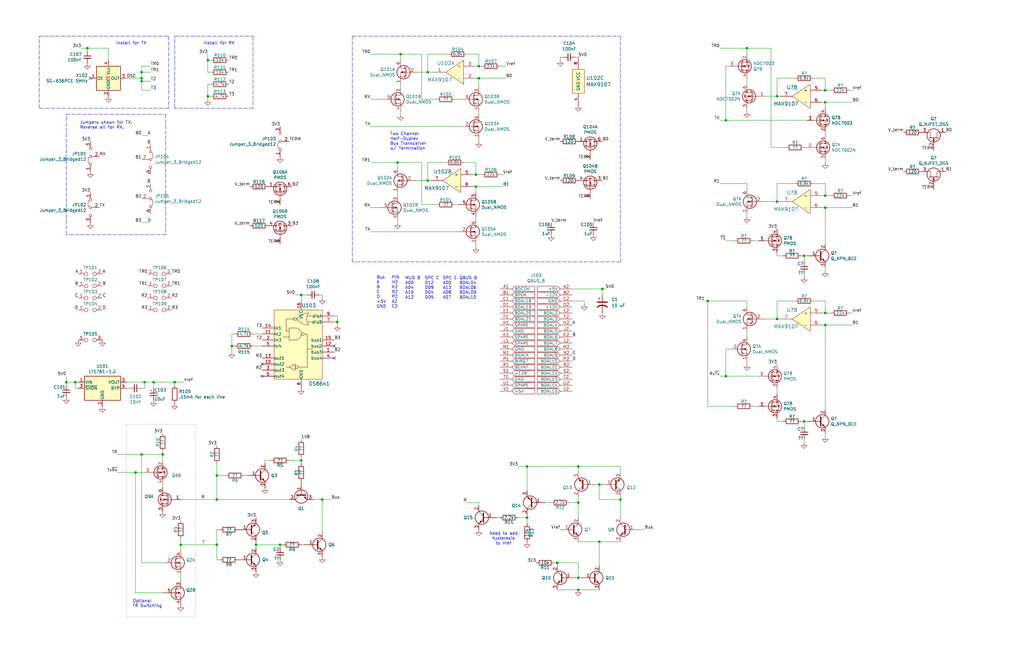
<source format=kicad_sch>
(kicad_sch (version 20250114) (generator "eeschema") (generator_version "9.0")
  (paper "B")
  (title_block (title "DEC Bus Transceiver Test Board") (date "2020-11-19") (rev "0.1"))
  (rectangle (start 53.34 179.07) (end 82.55 260.35) (stroke (width 0) (type dot)))
  (text "PIN\nH2\nK2\nN2\nP2\nA2\nC2" (at 165.1 130.175 0) (effects (font (size 1.27 1.27)) (justify left bottom)))
  (text "Need to add\nhysteresis\nto Vref" (at 212.344 227.33 0) (effects (font (size 1.27 1.27))))
  (text "Install for TX" (at 48.895 19.05 0) (effects (font (size 1.27 1.27)) (justify left bottom)))
  (text "Two Channel\nHalf-Duplex\nBus Transceiver\nw/ Termination" (at 164.465 63.5 0) (effects (font (size 1.27 1.27)) (justify left bottom)))
  (text "Install for RX" (at 85.725 19.05 0) (effects (font (size 1.27 1.27)) (justify left bottom)))
  (text "Jumpers shown for TX.\nReverse all for RX." (at 33.655 54.61 0) (effects (font (size 1.27 1.27)) (justify left bottom)))
  (text "MUD B\nA00\nA04\nA10\nA12" (at 170.815 126.365 0) (effects (font (size 1.27 1.27)) (justify left bottom)))
  (text "SPC C\nD12\nD09\nD04\nD05" (at 179.07 126.365 0) (effects (font (size 1.27 1.27)) (justify left bottom)))
  (text "Bus\nA\nB\nC\nD\n+5V\nGND" (at 158.75 130.175 0) (effects (font (size 1.27 1.27)) (justify left bottom)))
  (text "SPC E\nA00\nA13\nA08\nA07" (at 186.69 126.365 0) (effects (font (size 1.27 1.27)) (justify left bottom)))
  (text "QBUS B\nBDAL04\nBDAL06\nBDAL09\nBDAL10" (at 193.675 126.365 0) (effects (font (size 1.27 1.27)) (justify left bottom)))
  (text "Optional\nTR Switching" (at 55.88 256.54 0) (effects (font (size 1.27 1.27)) (justify left bottom)))
  (junction (at 243.84 212.09))
  (junction (at 27.94 161.29))
  (junction (at 91.44 210.82))
  (junction (at 314.96 20.32))
  (junction (at 298.45 127))
  (junction (at 168.91 22.86))
  (junction (at 306.07 158.75))
  (junction (at 243.84 243.84))
  (junction (at 234.95 237.49))
  (junction (at 200.66 78.74))
  (junction (at 60.96 161.29))
  (junction (at 201.93 33.02))
  (junction (at 118.11 229.87))
  (junction (at 31.75 161.29))
  (junction (at 252.73 228.6))
  (junction (at 142.24 135.89))
  (junction (at 57.15 199.39))
  (junction (at 327.66 85.09))
  (junction (at 107.95 229.87))
  (junction (at 222.25 218.44))
  (junction (at 135.89 210.82))
  (junction (at 201.93 27.94))
  (junction (at 339.09 177.8))
  (junction (at 76.2 229.87))
  (junction (at 68.58 191.77))
  (junction (at 59.69 33.02))
  (junction (at 252.73 204.47))
  (junction (at 59.69 30.48))
  (junction (at 127 124.46))
  (junction (at 97.79 146.05))
  (junction (at 347.98 87.63))
  (junction (at 347.98 38.1))
  (junction (at 180.34 30.48))
  (junction (at 243.84 196.85))
  (junction (at 222.25 196.85))
  (junction (at 200.66 73.66))
  (junction (at 180.34 76.2))
  (junction (at 347.98 82.55))
  (junction (at 59.69 34.29))
  (junction (at 87.63 25.4))
  (junction (at 87.63 40.64))
  (junction (at 261.62 210.82))
  (junction (at 127 194.31))
  (junction (at 347.98 43.18))
  (junction (at 327.66 40.64))
  (junction (at 64.77 161.29))
  (junction (at 327.66 134.62))
  (junction (at 91.44 200.66))
  (junction (at 347.98 137.16))
  (junction (at 347.98 132.08))
  (junction (at 167.64 68.58))
  (junction (at 36.83 20.32))
  (junction (at 73.66 161.29))
  (junction (at 339.09 107.95))
  (junction (at 254 121.92))
  (junction (at 59.69 191.77))
  (junction (at 91.44 229.87))
  (junction (at 306.07 50.8))
  (junction (at 243.84 248.92))
  (no_connect (at 140.97 151.13))
  (no_connect (at 38.1 33.02))
  (no_connect (at 110.49 153.67))
  (no_connect (at 110.49 158.75))
  (no_connect (at 140.97 146.05))
  (polyline (pts (xy 16.51 45.72) (xy 16.51 15.24)) (stroke (width 0) (type dash)))
  (wire (pts (xy 118.11 229.87) (xy 107.95 229.87)))
  (wire (pts (xy 53.34 33.02) (xy 59.69 33.02)))
  (wire (pts (xy 132.08 210.82) (xy 135.89 210.82)))
  (wire (pts (xy 240.03 212.09) (xy 243.84 212.09)))
  (wire (pts (xy 64.77 163.83) (xy 64.77 161.29)))
  (wire (pts (xy 76.2 227.33) (xy 76.2 229.87)))
  (wire (pts (xy 347.98 68.58) (xy 347.98 67.31)))
  (wire (pts (xy 347.98 82.55) (xy 346.71 82.55)))
  (wire (pts (xy 177.8 68.58) (xy 177.8 86.36)))
  (wire (pts (xy 314.96 129.54) (xy 314.96 127)))
  (wire (pts (xy 347.98 102.87) (xy 347.98 87.63)))
  (wire (pts (xy 182.88 30.48) (xy 180.34 30.48)))
  (wire (pts (xy 339.09 116.84) (xy 339.09 115.57)))
  (wire (pts (xy 118.11 229.87) (xy 119.38 229.87)))
  (polyline (pts (xy 106.68 15.24) (xy 106.68 45.72)) (stroke (width 0) (type dash)))
  (wire (pts (xy 87.63 41.91) (xy 87.63 40.64)))
  (wire (pts (xy 177.8 41.91) (xy 177.8 22.86)))
  (wire (pts (xy 167.64 93.98) (xy 167.64 92.71)))
  (wire (pts (xy 68.58 190.5) (xy 68.58 191.77)))
  (wire (pts (xy 45.72 20.32) (xy 45.72 25.4)))
  (wire (pts (xy 350.52 132.08) (xy 347.98 132.08)))
  (wire (pts (xy 255.27 121.92) (xy 254 121.92)))
  (wire (pts (xy 314.96 33.02) (xy 314.96 35.56)))
  (wire (pts (xy 73.66 161.29) (xy 73.66 162.56)))
  (wire (pts (xy 314.96 90.17) (xy 314.96 91.44)))
  (wire (pts (xy 342.9 33.02) (xy 347.98 33.02)))
  (wire (pts (xy 180.34 30.48) (xy 176.53 30.48)))
  (wire (pts (xy 184.15 41.91) (xy 177.8 41.91)))
  (polyline (pts (xy 27.94 99.06) (xy 27.94 48.26)) (stroke (width 0) (type dash)))
  (wire (pts (xy 87.63 30.48) (xy 87.63 25.4)))
  (wire (pts (xy 327.66 176.53) (xy 327.66 177.8)))
  (wire (pts (xy 307.34 27.94) (xy 306.07 27.94)))
  (polyline (pts (xy 261.62 110.49) (xy 148.59 110.49)) (stroke (width 0) (type dash)))
  (wire (pts (xy 317.5 171.45) (xy 320.04 171.45)))
  (wire (pts (xy 180.34 76.2) (xy 175.26 76.2)))
  (wire (pts (xy 327.66 163.83) (xy 327.66 166.37)))
  (wire (pts (xy 59.69 34.29) (xy 63.5 34.29)))
  (wire (pts (xy 59.69 30.48) (xy 59.69 27.94)))
  (wire (pts (xy 88.9 30.48) (xy 87.63 30.48)))
  (polyline (pts (xy 27.94 48.26) (xy 69.85 48.26)) (stroke (width 0) (type dash)))
  (wire (pts (xy 180.34 30.48) (xy 180.34 22.86)))
  (wire (pts (xy 252.73 204.47) (xy 252.73 210.82)))
  (wire (pts (xy 254 121.92) (xy 254 124.46)))
  (wire (pts (xy 97.79 148.59) (xy 97.79 146.05)))
  (polyline (pts (xy 148.59 15.24) (xy 261.62 15.24)) (stroke (width 0) (type dash)))
  (wire (pts (xy 306.07 27.94) (xy 306.07 50.8)))
  (wire (pts (xy 95.25 200.66) (xy 91.44 200.66)))
  (wire (pts (xy 261.62 210.82) (xy 261.62 218.44)))
  (wire (pts (xy 91.44 229.87) (xy 91.44 223.52)))
  (wire (pts (xy 91.44 195.58) (xy 91.44 200.66)))
  (wire (pts (xy 87.63 40.64) (xy 87.63 35.56)))
  (wire (pts (xy 59.69 93.98) (xy 62.23 93.98)))
  (wire (pts (xy 87.63 25.4) (xy 87.63 22.86)))
  (wire (pts (xy 201.93 213.36) (xy 201.93 212.09)))
  (wire (pts (xy 106.68 146.05) (xy 110.49 146.05)))
  (wire (pts (xy 234.95 248.92) (xy 243.84 248.92)))
  (wire (pts (xy 327.66 106.68) (xy 327.66 107.95)))
  (wire (pts (xy 107.95 229.87) (xy 107.95 231.14)))
  (polyline (pts (xy 106.68 45.72) (xy 73.66 45.72)) (stroke (width 0) (type dash)))
  (wire (pts (xy 347.98 33.02) (xy 347.98 38.1)))
  (wire (pts (xy 346.71 137.16) (xy 347.98 137.16)))
  (wire (pts (xy 314.96 142.24) (xy 314.96 139.7)))
  (wire (pts (xy 328.93 134.62) (xy 327.66 134.62)))
  (wire (pts (xy 303.53 50.8) (xy 306.07 50.8)))
  (wire (pts (xy 27.94 161.29) (xy 27.94 162.56)))
  (wire (pts (xy 347.98 43.18) (xy 359.41 43.18)))
  (wire (pts (xy 140.97 135.89) (xy 142.24 135.89)))
  (wire (pts (xy 31.75 161.29) (xy 31.75 163.83)))
  (wire (pts (xy 350.52 82.55) (xy 347.98 82.55)))
  (wire (pts (xy 201.93 27.94) (xy 200.66 27.94)))
  (wire (pts (xy 339.09 186.69) (xy 339.09 185.42)))
  (wire (pts (xy 297.18 127) (xy 298.45 127)))
  (wire (pts (xy 234.95 237.49) (xy 243.84 237.49)))
  (wire (pts (xy 168.91 46.99) (xy 168.91 48.26)))
  (wire (pts (xy 59.69 27.94) (xy 63.5 27.94)))
  (wire (pts (xy 193.04 97.79) (xy 156.21 97.79)))
  (wire (pts (xy 168.91 36.83) (xy 168.91 35.56)))
  (wire (pts (xy 347.98 127) (xy 347.98 132.08)))
  (wire (pts (xy 303.53 158.75) (xy 306.07 158.75)))
  (wire (pts (xy 180.34 22.86) (xy 189.23 22.86)))
  (wire (pts (xy 199.39 78.74) (xy 200.66 78.74)))
  (wire (pts (xy 34.29 20.32) (xy 36.83 20.32)))
  (wire (pts (xy 142.24 133.35) (xy 140.97 133.35)))
  (wire (pts (xy 314.96 80.01) (xy 314.96 77.47)))
  (wire (pts (xy 68.58 194.31) (xy 68.58 191.77)))
  (wire (pts (xy 213.36 27.94) (xy 210.82 27.94)))
  (wire (pts (xy 243.84 237.49) (xy 243.84 243.84)))
  (wire (pts (xy 156.21 87.63) (xy 160.02 87.63)))
  (wire (pts (xy 87.63 35.56) (xy 88.9 35.56)))
  (wire (pts (xy 64.77 161.29) (xy 73.66 161.29)))
  (polyline (pts (xy 261.62 15.24) (xy 261.62 110.49)) (stroke (width 0) (type dash)))
  (wire (pts (xy 91.44 236.22) (xy 91.44 229.87)))
  (wire (pts (xy 135.89 210.82) (xy 135.89 224.79)))
  (wire (pts (xy 201.93 59.69) (xy 201.93 58.42)))
  (wire (pts (xy 142.24 135.89) (xy 142.24 133.35)))
  (wire (pts (xy 306.07 158.75) (xy 320.04 158.75)))
  (wire (pts (xy 201.93 36.83) (xy 201.93 33.02)))
  (wire (pts (xy 60.96 161.29) (xy 60.96 163.83)))
  (wire (pts (xy 127 193.04) (xy 127 194.31)))
  (wire (pts (xy 222.25 217.17) (xy 222.25 218.44)))
  (wire (pts (xy 342.9 77.47) (xy 347.98 77.47)))
  (wire (pts (xy 347.98 57.15) (xy 347.98 55.88)))
  (wire (pts (xy 196.85 22.86) (xy 201.93 22.86)))
  (wire (pts (xy 243.84 212.09) (xy 243.84 218.44)))
  (wire (pts (xy 209.55 218.44) (xy 210.82 218.44)))
  (wire (pts (xy 303.53 77.47) (xy 314.96 77.47)))
  (wire (pts (xy 59.69 163.83) (xy 60.96 163.83)))
  (wire (pts (xy 242.57 243.84) (xy 243.84 243.84)))
  (wire (pts (xy 200.66 92.71) (xy 200.66 91.44)))
  (wire (pts (xy 167.64 71.12) (xy 167.64 68.58)))
  (wire (pts (xy 59.69 33.02) (xy 59.69 34.29)))
  (wire (pts (xy 91.44 223.52) (xy 92.71 223.52)))
  (wire (pts (xy 194.31 53.34) (xy 156.21 53.34)))
  (wire (pts (xy 76.2 210.82) (xy 91.44 210.82)))
  (wire (pts (xy 57.15 199.39) (xy 60.96 199.39)))
  (wire (pts (xy 252.73 228.6) (xy 252.73 238.76)))
  (wire (pts (xy 306.07 50.8) (xy 340.36 50.8)))
  (wire (pts (xy 243.84 243.84) (xy 245.11 243.84)))
  (wire (pts (xy 27.94 158.75) (xy 27.94 161.29)))
  (wire (pts (xy 340.36 62.23) (xy 339.09 62.23)))
  (wire (pts (xy 193.04 86.36) (xy 191.77 86.36)))
  (wire (pts (xy 327.66 40.64) (xy 327.66 33.02)))
  (wire (pts (xy 254 121.92) (xy 241.3 121.92)))
  (wire (pts (xy 68.58 250.19) (xy 57.15 250.19)))
  (wire (pts (xy 347.98 38.1) (xy 346.71 38.1)))
  (wire (pts (xy 59.69 33.02) (xy 59.69 30.48)))
  (polyline (pts (xy 69.85 48.26) (xy 69.85 99.06)) (stroke (width 0) (type dash)))
  (wire (pts (xy 306.07 147.32) (xy 306.07 158.75)))
  (wire (pts (xy 68.58 204.47) (xy 68.58 205.74)))
  (wire (pts (xy 200.66 73.66) (xy 199.39 73.66)))
  (wire (pts (xy 167.64 81.28) (xy 167.64 82.55)))
  (wire (pts (xy 339.09 107.95) (xy 337.82 107.95)))
  (wire (pts (xy 36.83 20.32) (xy 45.72 20.32)))
  (wire (pts (xy 200.66 104.14) (xy 200.66 102.87)))
  (wire (pts (xy 327.66 177.8) (xy 330.2 177.8)))
  (wire (pts (xy 339.09 110.49) (xy 339.09 107.95)))
  (wire (pts (xy 97.79 140.97) (xy 99.06 140.97)))
  (polyline (pts (xy 73.66 45.72) (xy 73.66 15.24)) (stroke (width 0) (type dash)))
  (wire (pts (xy 261.62 199.39) (xy 261.62 196.85)))
  (wire (pts (xy 59.69 191.77) (xy 59.69 237.49)))
  (wire (pts (xy 325.12 62.23) (xy 331.47 62.23)))
  (wire (pts (xy 168.91 25.4) (xy 168.91 22.86)))
  (wire (pts (xy 135.89 210.82) (xy 139.7 210.82)))
  (polyline (pts (xy 73.66 15.24) (xy 106.68 15.24)) (stroke (width 0) (type dash)))
  (wire (pts (xy 106.68 140.97) (xy 110.49 140.97)))
  (polyline (pts (xy 71.12 15.24) (xy 71.12 45.72)) (stroke (width 0) (type dash)))
  (wire (pts (xy 252.73 210.82) (xy 261.62 210.82)))
  (wire (pts (xy 180.34 76.2) (xy 180.34 68.58)))
  (wire (pts (xy 342.9 127) (xy 347.98 127)))
  (wire (pts (xy 347.98 137.16) (xy 359.41 137.16)))
  (wire (pts (xy 327.66 40.64) (xy 322.58 40.64)))
  (wire (pts (xy 314.96 20.32) (xy 325.12 20.32)))
  (wire (pts (xy 127 124.46) (xy 129.54 124.46)))
  (wire (pts (xy 251.46 204.47) (xy 252.73 204.47)))
  (wire (pts (xy 124.46 124.46) (xy 127 124.46)))
  (wire (pts (xy 87.63 25.4) (xy 88.9 25.4)))
  (wire (pts (xy 49.53 191.77) (xy 59.69 191.77)))
  (wire (pts (xy 347.98 132.08) (xy 346.71 132.08)))
  (wire (pts (xy 243.84 248.92) (xy 252.73 248.92)))
  (wire (pts (xy 121.92 194.31) (xy 127 194.31)))
  (wire (pts (xy 201.93 22.86) (xy 201.93 27.94)))
  (wire (pts (xy 201.93 48.26) (xy 201.93 46.99)))
  (wire (pts (xy 314.96 22.86) (xy 314.96 20.32)))
  (wire (pts (xy 59.69 237.49) (xy 68.58 237.49)))
  (wire (pts (xy 31.75 161.29) (xy 33.02 161.29)))
  (wire (pts (xy 195.58 68.58) (xy 200.66 68.58)))
  (wire (pts (xy 212.09 73.66) (xy 210.82 73.66)))
  (wire (pts (xy 307.34 147.32) (xy 306.07 147.32)))
  (wire (pts (xy 298.45 171.45) (xy 309.88 171.45)))
  (wire (pts (xy 327.66 85.09) (xy 322.58 85.09)))
  (wire (pts (xy 346.71 43.18) (xy 347.98 43.18)))
  (wire (pts (xy 236.22 24.13) (xy 237.49 24.13)))
  (wire (pts (xy 194.31 41.91) (xy 191.77 41.91)))
  (polyline (pts (xy 69.85 99.06) (xy 27.94 99.06)) (stroke (width 0) (type dash)))
  (wire (pts (xy 234.95 238.76) (xy 234.95 237.49)))
  (wire (pts (xy 31.75 163.83) (xy 33.02 163.83)))
  (wire (pts (xy 57.15 199.39) (xy 57.15 250.19)))
  (wire (pts (xy 233.68 237.49) (xy 234.95 237.49)))
  (wire (pts (xy 76.2 232.41) (xy 76.2 229.87)))
  (wire (pts (xy 203.2 27.94) (xy 201.93 27.94)))
  (wire (pts (xy 200.66 81.28) (xy 200.66 78.74)))
  (wire (pts (xy 314.96 152.4) (xy 314.96 153.67)))
  (wire (pts (xy 340.36 177.8) (xy 339.09 177.8)))
  (wire (pts (xy 59.69 191.77) (xy 68.58 191.77)))
  (wire (pts (xy 347.98 77.47) (xy 347.98 82.55)))
  (wire (pts (xy 347.98 172.72) (xy 347.98 137.16)))
  (polyline (pts (xy 71.12 45.72) (xy 16.51 45.72)) (stroke (width 0) (type dash)))
  (wire (pts (xy 27.94 161.29) (xy 31.75 161.29)))
  (wire (pts (xy 118.11 231.14) (xy 118.11 229.87)))
  (wire (pts (xy 327.66 107.95) (xy 330.2 107.95)))
  (wire (pts (xy 298.45 127) (xy 298.45 171.45)))
  (wire (pts (xy 359.41 38.1) (xy 358.14 38.1)))
  (wire (pts (xy 60.96 161.29) (xy 64.77 161.29)))
  (wire (pts (xy 252.73 228.6) (xy 261.62 228.6)))
  (wire (pts (xy 242.57 24.13) (xy 243.84 24.13)))
  (polyline (pts (xy 16.51 15.24) (xy 71.12 15.24)) (stroke (width 0) (type dash)))
  (wire (pts (xy 135.89 124.46) (xy 134.62 124.46)))
  (wire (pts (xy 76.2 229.87) (xy 91.44 229.87)))
  (wire (pts (xy 269.24 223.52) (xy 271.78 223.52)))
  (wire (pts (xy 88.9 40.64) (xy 87.63 40.64)))
  (wire (pts (xy 298.45 127) (xy 314.96 127)))
  (wire (pts (xy 203.2 73.66) (xy 200.66 73.66)))
  (wire (pts (xy 229.87 212.09) (xy 232.41 212.09)))
  (wire (pts (xy 111.76 194.31) (xy 111.76 195.58)))
  (wire (pts (xy 327.66 85.09) (xy 327.66 77.47)))
  (wire (pts (xy 200.66 33.02) (xy 201.93 33.02)))
  (wire (pts (xy 218.44 196.85) (xy 222.25 196.85)))
  (wire (pts (xy 222.25 196.85) (xy 243.84 196.85)))
  (wire (pts (xy 127 194.31) (xy 127 195.58)))
  (wire (pts (xy 97.79 146.05) (xy 97.79 140.97)))
  (wire (pts (xy 201.93 33.02) (xy 213.36 33.02)))
  (wire (pts (xy 347.98 87.63) (xy 359.41 87.63)))
  (wire (pts (xy 246.38 127) (xy 246.38 128.27)))
  (wire (pts (xy 177.8 22.86) (xy 168.91 22.86)))
  (wire (pts (xy 327.66 134.62) (xy 327.66 127)))
  (wire (pts (xy 327.66 77.47) (xy 335.28 77.47)))
  (wire (pts (xy 317.5 101.6) (xy 320.04 101.6)))
  (wire (pts (xy 243.84 209.55) (xy 243.84 212.09)))
  (wire (pts (xy 92.71 236.22) (xy 91.44 236.22)))
  (wire (pts (xy 339.09 177.8) (xy 337.82 177.8)))
  (wire (pts (xy 181.61 76.2) (xy 180.34 76.2)))
  (wire (pts (xy 107.95 228.6) (xy 107.95 229.87)))
  (wire (pts (xy 167.64 68.58) (xy 177.8 68.58)))
  (wire (pts (xy 59.69 57.15) (xy 62.23 57.15)))
  (wire (pts (xy 127 229.87) (xy 128.27 229.87)))
  (wire (pts (xy 261.62 196.85) (xy 243.84 196.85)))
  (wire (pts (xy 111.76 194.31) (xy 114.3 194.31)))
  (wire (pts (xy 53.34 163.83) (xy 54.61 163.83)))
  (wire (pts (xy 59.69 38.1) (xy 63.5 38.1)))
  (wire (pts (xy 306.07 101.6) (xy 309.88 101.6)))
  (wire (pts (xy 180.34 68.58) (xy 187.96 68.58)))
  (wire (pts (xy 328.93 40.64) (xy 327.66 40.64)))
  (wire (pts (xy 359.41 82.55) (xy 358.14 82.55)))
  (wire (pts (xy 135.89 125.73) (xy 135.89 124.46)))
  (wire (pts (xy 252.73 204.47) (xy 254 204.47)))
  (wire (pts (xy 167.64 68.58) (xy 156.21 68.58)))
  (wire (pts (xy 243.84 228.6) (xy 252.73 228.6)))
  (wire (pts (xy 49.53 199.39) (xy 57.15 199.39)))
  (wire (pts (xy 222.25 218.44) (xy 222.25 220.98)))
  (wire (pts (xy 104.14 200.66) (xy 102.87 200.66)))
  (wire (pts (xy 142.24 137.16) (xy 142.24 135.89)))
  (polyline (pts (xy 148.59 110.49) (xy 148.59 15.24)) (stroke (width 0) (type dash)))
  (wire (pts (xy 59.69 34.29) (xy 59.69 38.1)))
  (wire (pts (xy 73.66 161.29) (xy 77.47 161.29)))
  (wire (pts (xy 347.98 114.3) (xy 347.98 113.03)))
  (wire (pts (xy 327.66 134.62) (xy 322.58 134.62)))
  (wire (pts (xy 346.71 87.63) (xy 347.98 87.63)))
  (wire (pts (xy 127 124.46) (xy 127 127)))
  (wire (pts (xy 177.8 86.36) (xy 184.15 86.36)))
  (wire (pts (xy 327.66 127) (xy 335.28 127)))
  (wire (pts (xy 168.91 22.86) (xy 156.21 22.86)))
  (wire (pts (xy 340.36 107.95) (xy 339.09 107.95)))
  (wire (pts (xy 76.2 242.57) (xy 76.2 245.11)))
  (wire (pts (xy 91.44 210.82) (xy 121.92 210.82)))
  (wire (pts (xy 359.41 132.08) (xy 358.14 132.08)))
  (wire (pts (xy 325.12 20.32) (xy 325.12 62.23)))
  (wire (pts (xy 241.3 127) (xy 246.38 127)))
  (wire (pts (xy 350.52 38.1) (xy 347.98 38.1)))
  (wire (pts (xy 218.44 218.44) (xy 222.25 218.44)))
  (wire (pts (xy 347.98 45.72) (xy 347.98 43.18)))
  (wire (pts (xy 59.69 30.48) (xy 63.5 30.48)))
  (wire (pts (xy 303.53 20.32) (xy 314.96 20.32)))
  (wire (pts (xy 201.93 212.09) (xy 196.85 212.09)))
  (wire (pts (xy 200.66 78.74) (xy 212.09 78.74)))
  (wire (pts (xy 53.34 161.29) (xy 60.96 161.29)))
  (wire (pts (xy 314.96 45.72) (xy 314.96 46.99)))
  (wire (pts (xy 327.66 33.02) (xy 335.28 33.02)))
  (wire (pts (xy 243.84 196.85) (xy 243.84 199.39)))
  (wire (pts (xy 222.25 196.85) (xy 222.25 207.01)))
  (wire (pts (xy 200.66 68.58) (xy 200.66 73.66)))
  (wire (pts (xy 347.98 184.15) (xy 347.98 182.88)))
  (wire (pts (xy 99.06 146.05) (xy 97.79 146.05)))
  (wire (pts (xy 261.62 209.55) (xy 261.62 210.82)))
  (wire (pts (xy 161.29 41.91) (xy 156.21 41.91)))
  (wire (pts (xy 36.83 21.59) (xy 36.83 20.32)))
  (wire (pts (xy 236.22 25.4) (xy 236.22 24.13)))
  (wire (pts (xy 91.44 200.66) (xy 91.44 210.82)))
  (wire (pts (xy 339.09 180.34) (xy 339.09 177.8)))
  (wire (pts (xy 328.93 85.09) (xy 327.66 85.09)))
  (label "TERM" (at 121.92 59.69 0))
  (label "TR0" (at 303.53 20.32 180))
  (label "Tx~{Rx}" (at 49.53 199.39 180))
  (label "Bus" (at 271.78 223.52 0))
  (label "TR" (at 49.53 191.77 180))
  (label "V_term" (at 236.22 76.2 180))
  (label "TR1" (at 63.5 30.48 0))
  (label "TX" (at 303.53 50.8 180))
  (label "B1" (at 59.69 67.31 180))
  (label "3V3" (at 38.1 59.69 180))
  (label "B2" (at 140.97 148.59 0))
  (label "TERM" (at 248.92 83.82 180))
  (label "TERM" (at 118.11 102.87 180))
  (label "R" (at 196.85 212.09 180))
  (label "Vref" (at 359.41 82.55 0))
  (label "TR0" (at 72.39 115.57 0))
  (label "TX" (at 41.91 87.63 0))
  (label "B" (at 63.5 77.47 180))
  (label "B1" (at 212.09 78.74 0))
  (label "A" (at 241.3 137.16 0))
  (label "B" (at 241.3 142.24 0))
  (label "1V8" (at 127 185.42 0))
  (label "Vref" (at 236.22 223.52 180))
  (label "TR1" (at 156.21 68.58 180))
  (label "TR0" (at 63.5 27.94 0))
  (label "TR0" (at 62.23 115.57 180))
  (label "5V0" (at 255.27 121.92 0))
  (label "V_term" (at 381 55.88 180))
  (label "Bus" (at 139.7 210.82 0))
  (label "R1" (at 303.53 77.47 180))
  (label "3V3" (at 68.58 182.88 180))
  (label "B1" (at 254 76.2 0))
  (label "B0" (at 213.36 33.02 0))
  (label "B2" (at 59.69 83.82 180))
  (label "TERM" (at 118.11 86.36 180))
  (label "5V0" (at 124.46 124.46 180))
  (label "TX" (at 156.21 97.79 180))
  (label "TERM" (at 393.7 63.5 180))
  (label "TR1" (at 96.52 30.48 0))
  (label "T2" (at 63.5 34.29 0))
  (label "A" (at 33.02 115.57 180))
  (label "B0" (at 359.41 43.18 0))
  (label "5V0" (at 27.94 158.75 180))
  (label "D" (at 241.3 152.4 0))
  (label "V_term" (at 236.22 59.69 180))
  (label "B1" (at 359.41 87.63 0))
  (label "TR1" (at 62.23 120.65 180))
  (label "V_term" (at 232.41 93.98 0))
  (label "3V3" (at 76.2 219.71 180))
  (label "RX" (at 156.21 41.91 180))
  (label "3V3" (at 327.66 96.52 180))
  (label "R2" (at 72.39 125.73 0))
  (label "R3" (at 72.39 130.81 0))
  (label "3V3" (at 118.11 53.34 180))
  (label "B1" (at 359.41 137.16 0))
  (label "Vref" (at 359.41 38.1 0))
  (label "C" (at 63.5 73.66 180))
  (label "T2" (at 96.52 35.56 0))
  (label "OSC" (at 53.34 33.02 0))
  (label "B" (at 43.18 120.65 0))
  (label "C" (at 241.3 149.86 0))
  (label "B3" (at 140.97 143.51 0))
  (label "Vref" (at 359.41 132.08 0))
  (label "3V3" (at 226.06 237.49 180))
  (label "3V3" (at 34.29 20.32 180))
  (label "B0" (at 398.78 55.88 0))
  (label "TR1" (at 297.18 127 180))
  (label "TERM" (at 393.7 80.01 180))
  (label "V_term" (at 105.41 95.25 180))
  (label "B3" (at 59.69 93.98 180))
  (label "TR0" (at 156.21 22.86 180))
  (label "R2" (at 62.23 125.73 180))
  (label "B2" (at 123.19 78.74 0))
  (label "3V3" (at 38.1 81.28 180))
  (label "V_term" (at 381 72.39 180))
  (label "R3" (at 62.23 130.81 180))
  (label "C" (at 63.5 90.17 180))
  (label "D" (at 43.18 130.81 0))
  (label "3V3" (at 91.44 187.96 180))
  (label "~{T1}" (at 306.07 101.6 180))
  (label "T3" (at 110.49 138.43 180))
  (label "3V3" (at 107.95 218.44 180))
  (label "A" (at 62.23 57.15 0))
  (label "B0" (at 59.69 57.15 180))
  (label "Vref" (at 250.19 93.98 0))
  (label "V_term" (at 105.41 78.74 180))
  (label "B0" (at 254 59.69 0))
  (label "B3" (at 123.19 95.25 0))
  (label "RX" (at 156.21 87.63 180))
  (label "Vref" (at 212.09 73.66 0))
  (label "B" (at 63.5 60.96 180))
  (label "B1" (at 398.78 72.39 0))
  (label "R" (at 86.36 210.82 180))
  (label "C" (at 33.02 125.73 180))
  (label "TR0" (at 96.52 25.4 0))
  (label "RX" (at 41.91 66.04 0))
  (label "A" (at 43.18 115.57 0))
  (label "R2" (at 110.49 156.21 180))
  (label "D" (at 62.23 93.98 0))
  (label "TX" (at 156.21 53.34 180))
  (label "R3" (at 110.49 151.13 180))
  (label "D" (at 33.02 130.81 180))
  (label "TERM" (at 248.92 67.31 180))
  (label "B" (at 33.02 120.65 180))
  (label "T2" (at 110.49 143.51 180))
  (label "3V3" (at 327.66 153.67 180))
  (label "5V0" (at 243.84 24.13 0))
  (label "T3" (at 63.5 38.1 0))
  (label "C" (at 43.18 125.73 0))
  (label "T" (at 86.36 229.87 180))
  (label "Vref" (at 77.47 161.29 0))
  (label "Vref" (at 213.36 27.94 0))
  (label "Rx~{Tx}" (at 303.53 158.75 180))
  (label "3V3" (at 218.44 196.85 180))
  (label "TR1" (at 72.39 120.65 0))
  (label "T3" (at 96.52 40.64 0))
  (label "3V3" (at 87.63 22.86 180))
  (symbol (lib_id "xcvr-rescue:C_Small-xcvr-rescue-xcvr-rescue") (at 27.94 165.1 0) (mirror y) (unit 1)
    (property "Reference" "C101" (at 27.686 163.322 0) (effects (justify left)))
    (property "Value" "1uF" (at 27.686 167.132 0) (effects (justify left)))
    (property "Footprint" "Capacitor_SMD:C_0603_1608Metric" (effects (hide yes)))
  )
  (symbol (lib_id "xcvr-rescue:C_Small-xcvr-rescue-xcvr-rescue") (at 57.15 163.83 270) (unit 1)
    (property "Reference" "C102" (at 57.15 167.3098 90))
    (property "Value" "10nF" (at 57.15 169.6212 90))
    (property "Footprint" "Capacitor_SMD:C_0603_1608Metric" (effects (hide yes)))
  )
  (symbol (lib_id "power:GND") (at 43.18 171.45 0) (unit 1)
    (property "Reference" "#PWR0105" (effects (hide yes)))
    (property "Value" "GND" (effects (hide yes)))
  )
  (symbol (lib_id "power:GND") (at 27.94 167.64 0) (unit 1)
    (property "Reference" "#PWR0102" (effects (hide yes)))
    (property "Value" "GND" (effects (hide yes)))
  )
  (symbol (lib_id "xcvr-rescue:R-xcvr-rescue-xcvr-rescue") (at 73.66 166.37 0) (mirror y) (unit 1)
    (property "Reference" "R105" (at 75.438 165.2016 0) (effects (justify right)))
    (property "Value" ".15mA for each line" (at 75.438 167.513 0) (effects (justify right)))
    (property "Footprint" "Resistor_SMD:R_0603_1608Metric" (effects (hide yes)))
  )
  (symbol (lib_id "power:GND") (at 73.66 170.18 0) (unit 1)
    (property "Reference" "#PWR0107" (effects (hide yes)))
    (property "Value" "GND" (effects (hide yes)))
  )
  (symbol (lib_id "xcvr-rescue:CP1_Small-xcvr-rescue-xcvr-rescue") (at 64.77 166.37 0) (unit 1)
    (property "Reference" "C103" (at 65.024 164.592 0) (effects (justify left)))
    (property "Value" "10uF" (at 65.024 168.402 0) (effects (justify left)))
    (property "Footprint" "Capacitor_SMD:C_0603_1608Metric" (effects (hide yes)))
  )
  (symbol (lib_id "power:GND") (at 64.77 168.91 0) (unit 1)
    (property "Reference" "#PWR0106" (effects (hide yes)))
    (property "Value" "GND" (effects (hide yes)))
  )
  (symbol (lib_id "myLib:MAX9107") (at 243.84 34.29 0) (unit 3)
    (property "Reference" "U102" (at 247.0912 32.9438 0) (effects (font (size 1.524 1.524)) (justify left)))
    (property "Value" "MAX9107" (at 247.0912 35.6362 0) (effects (font (size 1.524 1.524)) (justify left)))
    (property "Footprint" "Package_TO_SOT_SMD:SOT-23-8" (effects (hide yes)))
    (property "Datasheet" "https://datasheets.maximintegrated.com/en/ds/MAX9107-MAX9109.pdf" (effects (hide yes)))
  )
  (symbol (lib_id "myLib:MAX9107") (at 193.04 30.48 0) (mirror y) (unit 1)
    (property "Reference" "U102" (at 187.96 26.67 0) (effects (font (size 1.524 1.524))))
    (property "Value" "MAX9107" (at 185.42 33.655 0) (effects (font (size 1.524 1.524))))
    (property "Footprint" "Package_TO_SOT_SMD:SOT-23-8" (effects (hide yes)))
    (property "Datasheet" "https://datasheets.maximintegrated.com/en/ds/MAX9107-MAX9109.pdf" (effects (hide yes)))
  )
  (symbol (lib_id "myLib:Dual_NMOS") (at 171.45 30.48 0) (mirror y) (unit 1)
    (property "Reference" "Q101" (at 166.5986 29.3116 0) (effects (justify left)))
    (property "Value" "Dual_NMOS" (at 166.5986 31.623 0) (effects (justify left)))
    (property "Footprint" "Package_TO_SOT_SMD:SOT-23-6" (effects (hide yes)))
  )
  (symbol (lib_id "xcvr-rescue:R-xcvr-rescue-xcvr-rescue") (at 193.04 22.86 90) (unit 1)
    (property "Reference" "R104" (at 193.04 20.828 90))
    (property "Value" "6.8k" (at 193.04 22.86 90))
    (property "Footprint" "Resistor_SMD:R_0603_1608Metric" (effects (hide yes)))
  )
  (symbol (lib_id "xcvr-rescue:R-xcvr-rescue-xcvr-rescue") (at 207.01 27.94 90) (unit 1)
    (property "Reference" "R107" (at 207.01 25.908 90))
    (property "Value" "22k" (at 207.01 27.94 90))
    (property "Footprint" "Resistor_SMD:R_0603_1608Metric" (effects (hide yes)))
  )
  (symbol (lib_id "power:GND") (at 243.84 44.45 0) (unit 1)
    (property "Reference" "#PWR0111" (effects (hide yes)))
    (property "Value" "GND" (effects (hide yes)))
  )
  (symbol (lib_id "Regulator_Linear:LT1761-1.2") (at 43.18 163.83 0) (unit 1)
    (property "Reference" "U101" (at 43.18 154.5082 0))
    (property "Value" "LT1761-1.2" (at 43.18 156.8196 0))
    (property "Footprint" "Package_TO_SOT_SMD:TSOT-23-5" (effects (hide yes)))
    (property "Datasheet" "https://www.analog.com/media/en/technical-documentation/data-sheets/1761sff.pdf" (effects (hide yes)))
  )
  (symbol (lib_id "myLib:Dual_NMOS") (at 199.39 41.91 0) (unit 2)
    (property "Reference" "Q103" (at 204.216 40.7416 0) (effects (justify left)))
    (property "Value" "Dual_NMOS" (at 204.216 43.053 0) (effects (justify left)))
    (property "Footprint" "Package_TO_SOT_SMD:SOT-23-6" (effects (hide yes)))
  )
  (symbol (lib_id "myLib:Dual_NMOS") (at 199.39 53.34 0) (unit 1)
    (property "Reference" "Q103" (at 204.216 52.1716 0) (effects (justify left)))
    (property "Value" "Dual_NMOS" (at 204.216 54.483 0) (effects (justify left)))
    (property "Footprint" "Package_TO_SOT_SMD:SOT-23-6" (effects (hide yes)))
  )
  (symbol (lib_id "myLib:Dual_NMOS") (at 166.37 41.91 0) (unit 2)
    (property "Reference" "Q101" (at 171.196 40.7416 0) (effects (justify left)))
    (property "Value" "Dual_NMOS" (at 171.196 43.053 0) (effects (justify left)))
    (property "Footprint" "Package_TO_SOT_SMD:SOT-23-6" (effects (hide yes)))
  )
  (symbol (lib_id "power:GND") (at 168.91 48.26 0) (mirror y) (unit 1)
    (property "Reference" "#PWR0104" (effects (hide yes)))
    (property "Value" "GND" (effects (hide yes)))
  )
  (symbol (lib_id "power:GND") (at 201.93 59.69 0) (unit 1)
    (property "Reference" "#PWR0109" (effects (hide yes)))
    (property "Value" "GND" (effects (hide yes)))
  )
  (symbol (lib_id "power:GND") (at 142.24 137.16 0) (unit 1)
    (property "Reference" "#PWR?" (effects (hide yes)))
    (property "Value" "GND" (effects (hide yes)))
  )
  (symbol (lib_id "xcvr-rescue:R-xcvr-rescue-xcvr-rescue") (at 187.96 41.91 90) (unit 1)
    (property "Reference" "R102" (at 187.96 39.878 90))
    (property "Value" "??" (at 187.96 41.91 90))
    (property "Footprint" "Resistor_SMD:R_0603_1608Metric" (effects (hide yes)))
  )
  (symbol (lib_id "myLib:MAX9107") (at 339.09 40.64 0) (mirror y) (unit 2)
    (property "Reference" "U?" (at 334.01 36.83 0) (effects (font (size 1.524 1.524))))
    (property "Value" "MAX9107" (at 331.47 43.815 0) (effects (font (size 1.524 1.524))))
    (property "Footprint" "Package_TO_SOT_SMD:SOT-23-8" (effects (hide yes)))
    (property "Datasheet" "https://datasheets.maximintegrated.com/en/ds/MAX9107-MAX9109.pdf" (effects (hide yes)))
  )
  (symbol (lib_id "xcvr-rescue:R-xcvr-rescue-xcvr-rescue") (at 339.09 33.02 90) (unit 1)
    (property "Reference" "R?" (at 339.09 30.988 90))
    (property "Value" "6.8k" (at 339.09 33.02 90))
    (property "Footprint" "Resistor_SMD:R_0603_1608Metric" (effects (hide yes)))
  )
  (symbol (lib_id "xcvr-rescue:R-xcvr-rescue-xcvr-rescue") (at 354.33 38.1 90) (unit 1)
    (property "Reference" "R?" (at 354.33 36.068 90))
    (property "Value" "22k" (at 354.33 38.1 90))
    (property "Footprint" "Resistor_SMD:R_0603_1608Metric" (effects (hide yes)))
  )
  (symbol (lib_id "power:GND") (at 314.96 46.99 0) (unit 1)
    (property "Reference" "#PWR?" (effects (hide yes)))
    (property "Value" "GND" (effects (hide yes)))
  )
  (symbol (lib_id "xcvr-rescue:R-xcvr-rescue-xcvr-rescue") (at 335.28 62.23 90) (unit 1)
    (property "Reference" "R?" (at 335.28 60.198 90))
    (property "Value" "??" (at 335.28 62.23 90))
    (property "Footprint" "Resistor_SMD:R_0603_1608Metric" (effects (hide yes)))
  )
  (symbol (lib_id "power:GND") (at 347.98 68.58 0) (unit 1)
    (property "Reference" "#PWR?" (effects (hide yes)))
    (property "Value" "GND" (effects (hide yes)))
  )
  (symbol (lib_id "myLib:MAX9107") (at 191.77 76.2 0) (mirror y) (unit 2)
    (property "Reference" "U102" (at 186.69 72.39 0) (effects (font (size 1.524 1.524))))
    (property "Value" "MAX9107" (at 184.15 79.375 0) (effects (font (size 1.524 1.524))))
    (property "Footprint" "Package_TO_SOT_SMD:SOT-23-8" (effects (hide yes)))
    (property "Datasheet" "https://datasheets.maximintegrated.com/en/ds/MAX9107-MAX9109.pdf" (effects (hide yes)))
  )
  (symbol (lib_id "myLib:Dual_NMOS") (at 170.18 76.2 0) (mirror y) (unit 1)
    (property "Reference" "Q102" (at 165.3286 75.0316 0) (effects (justify left)))
    (property "Value" "Dual_NMOS" (at 165.3286 77.343 0) (effects (justify left)))
    (property "Footprint" "Package_TO_SOT_SMD:SOT-23-6" (effects (hide yes)))
  )
  (symbol (lib_id "xcvr-rescue:R-xcvr-rescue-xcvr-rescue") (at 191.77 68.58 90) (unit 1)
    (property "Reference" "R103" (at 191.77 66.548 90))
    (property "Value" "6.8k" (at 191.77 68.58 90))
    (property "Footprint" "Resistor_SMD:R_0603_1608Metric" (effects (hide yes)))
  )
  (symbol (lib_id "xcvr-rescue:R-xcvr-rescue-xcvr-rescue") (at 207.01 73.66 90) (unit 1)
    (property "Reference" "R106" (at 207.01 71.628 90))
    (property "Value" "22k" (at 207.01 73.66 90))
    (property "Footprint" "Resistor_SMD:R_0603_1608Metric" (effects (hide yes)))
  )
  (symbol (lib_id "myLib:Dual_NMOS") (at 165.1 87.63 0) (unit 2)
    (property "Reference" "Q102" (at 169.926 86.4616 0) (effects (justify left)))
    (property "Value" "Dual_NMOS" (at 169.926 88.773 0) (effects (justify left)))
    (property "Footprint" "Package_TO_SOT_SMD:SOT-23-6" (effects (hide yes)))
  )
  (symbol (lib_id "power:GND") (at 167.64 93.98 0) (unit 1)
    (property "Reference" "#PWR0108" (effects (hide yes)))
    (property "Value" "GND" (effects (hide yes)))
  )
  (symbol (lib_id "xcvr-rescue:R-xcvr-rescue-xcvr-rescue") (at 187.96 86.36 90) (unit 1)
    (property "Reference" "R101" (at 187.96 84.328 90))
    (property "Value" "??" (at 187.96 86.36 90))
    (property "Footprint" "Resistor_SMD:R_0603_1608Metric" (effects (hide yes)))
  )
  (symbol (lib_id "myLib:NDC7001C") (at 312.42 27.94 0) (mirror x) (unit 2)
    (property "Reference" "Q?" (at 317.627 29.1084 0) (effects (justify left)))
    (property "Value" "NDC7003" (at 317.627 26.797 0) (effects (justify left)))
    (property "Footprint" "Package_TO_SOT_SMD:SuperSOT-6" (effects (hide yes)))
    (property "Datasheet" "https://www.onsemi.com/pub/Collateral/NDC7001C-D.pdf" (effects (hide yes)))
  )
  (symbol (lib_id "myLib:MAX9107") (at 339.09 85.09 0) (mirror y) (unit 2)
    (property "Reference" "U?" (at 334.01 81.28 0) (effects (font (size 1.524 1.524))))
    (property "Value" "MAX9107" (at 331.47 88.265 0) (effects (font (size 1.524 1.524))))
    (property "Footprint" "Package_TO_SOT_SMD:SOT-23-8" (effects (hide yes)))
    (property "Datasheet" "https://datasheets.maximintegrated.com/en/ds/MAX9107-MAX9109.pdf" (effects (hide yes)))
  )
  (symbol (lib_id "xcvr-rescue:R-xcvr-rescue-xcvr-rescue") (at 339.09 77.47 90) (unit 1)
    (property "Reference" "R?" (at 339.09 75.438 90))
    (property "Value" "6.8k" (at 339.09 77.47 90))
    (property "Footprint" "Resistor_SMD:R_0603_1608Metric" (effects (hide yes)))
  )
  (symbol (lib_id "xcvr-rescue:R-xcvr-rescue-xcvr-rescue") (at 354.33 82.55 90) (unit 1)
    (property "Reference" "R?" (at 354.33 80.518 90))
    (property "Value" "22k" (at 354.33 82.55 90))
    (property "Footprint" "Resistor_SMD:R_0603_1608Metric" (effects (hide yes)))
  )
  (symbol (lib_id "power:GND") (at 314.96 91.44 0) (unit 1)
    (property "Reference" "#PWR?" (effects (hide yes)))
    (property "Value" "GND" (effects (hide yes)))
  )
  (symbol (lib_id "xcvr-rescue:R-xcvr-rescue-xcvr-rescue") (at 334.01 107.95 90) (unit 1)
    (property "Reference" "R?" (at 334.01 105.918 90))
    (property "Value" "??" (at 334.01 107.95 90))
    (property "Footprint" "Resistor_SMD:R_0603_1608Metric" (effects (hide yes)))
  )
  (symbol (lib_id "power:GND") (at 347.98 114.3 0) (unit 1)
    (property "Reference" "#PWR?" (effects (hide yes)))
    (property "Value" "GND" (effects (hide yes)))
  )
  (symbol (lib_id "myLib:NDC7002N") (at 317.5 40.64 0) (mirror y) (unit 1)
    (property "Reference" "Q?" (at 312.293 39.4716 0) (effects (justify left)))
    (property "Value" "NDC7002N" (at 312.293 41.783 0) (effects (justify left)))
    (property "Footprint" "Package_TO_SOT_SMD:SuperSOT-6" (effects (hide yes)))
    (property "Datasheet" "https://www.onsemi.com/pub/Collateral/NDC7001C-D.pdf" (effects (hide yes)))
  )
  (symbol (lib_id "myLib:NDC7002N") (at 345.44 50.8 0) (unit 2)
    (property "Reference" "Q?" (at 350.647 49.6316 0) (effects (justify left)))
    (property "Value" "NDC7003" (at 350.647 51.943 0) (effects (justify left)))
    (property "Footprint" "Package_TO_SOT_SMD:SuperSOT-6" (effects (hide yes)))
    (property "Datasheet" "https://www.onsemi.com/pub/Collateral/NDC7001C-D.pdf" (effects (hide yes)))
  )
  (symbol (lib_id "xcvr-rescue:C_Small-xcvr-rescue-xcvr-rescue") (at 240.03 24.13 270) (mirror x) (unit 1)
    (property "Reference" "C104" (at 240.03 18.3134 90))
    (property "Value" "100nF" (at 240.03 20.6248 90))
    (property "Footprint" "Capacitor_SMD:C_0603_1608Metric" (effects (hide yes)))
  )
  (symbol (lib_id "power:GND") (at 236.22 25.4 0) (unit 1)
    (property "Reference" "#PWR0112" (effects (hide yes)))
    (property "Value" "GND" (effects (hide yes)))
  )
  (symbol (lib_id "xcvr-rescue:R-xcvr-rescue-xcvr-rescue") (at 384.81 55.88 90) (unit 1)
    (property "Reference" "R?" (at 384.81 53.848 90))
    (property "Value" "120" (at 384.81 55.88 90))
    (property "Footprint" "Resistor_SMD:R_0603_1608Metric" (effects (hide yes)))
  )
  (symbol (lib_id "xcvr-rescue:R-xcvr-rescue-xcvr-rescue") (at 384.81 72.39 90) (unit 1)
    (property "Reference" "R?" (at 384.81 70.358 90))
    (property "Value" "120" (at 384.81 72.39 90))
    (property "Footprint" "Resistor_SMD:R_0603_1608Metric" (effects (hide yes)))
  )
  (symbol (lib_id "myLib:NDC7001C") (at 345.44 62.23 0) (unit 1)
    (property "Reference" "Q?" (at 350.647 61.0616 0) (effects (justify left)))
    (property "Value" "NDC7002N" (at 350.647 63.373 0) (effects (justify left)))
    (property "Footprint" "Package_TO_SOT_SMD:SuperSOT-6" (effects (hide yes)))
    (property "Datasheet" "https://www.onsemi.com/pub/Collateral/NDC7001C-D.pdf" (effects (hide yes)))
  )
  (symbol (lib_id "xcvr-rescue:C_Small-xcvr-rescue-xcvr-rescue") (at 250.19 96.52 0) (mirror y) (unit 1)
    (property "Reference" "C105" (at 249.936 94.742 0) (effects (justify left)))
    (property "Value" "1uF" (at 249.936 98.552 0) (effects (justify left)))
    (property "Footprint" "Capacitor_SMD:C_0603_1608Metric" (effects (hide yes)))
  )
  (symbol (lib_id "power:GND") (at 250.19 99.06 0) (unit 1)
    (property "Reference" "#PWR0113" (effects (hide yes)))
    (property "Value" "GND" (effects (hide yes)))
  )
  (symbol (lib_id "xcvr-rescue:Q_DUAL_PMOS_S1G1D2S2G2D1-Device") (at 248.92 62.23 270) (mirror x) (unit 1)
    (property "Reference" "Q104" (at 248.92 53.5432 90))
    (property "Value" "PMOS" (at 248.92 55.8546 90))
    (property "Footprint" "Package_TO_SOT_SMD:SOT-23-6" (effects (hide yes)))
  )
  (symbol (lib_id "xcvr-rescue:Q_DUAL_PMOS_S1G1D2S2G2D1-Device") (at 248.92 78.74 270) (mirror x) (unit 2)
    (property "Reference" "Q104" (at 248.92 70.0532 90))
    (property "Value" "PMOS" (at 248.92 72.3646 90))
    (property "Footprint" "Package_TO_SOT_SMD:SOT-23-6" (effects (hide yes)))
  )
  (symbol (lib_id "xcvr-rescue:R-xcvr-rescue-xcvr-rescue") (at 240.03 59.69 90) (unit 1)
    (property "Reference" "R108" (at 240.03 57.658 90))
    (property "Value" "120" (at 240.03 59.69 90))
    (property "Footprint" "Resistor_SMD:R_0603_1608Metric" (effects (hide yes)))
  )
  (symbol (lib_id "xcvr-rescue:R-xcvr-rescue-xcvr-rescue") (at 240.03 76.2 90) (unit 1)
    (property "Reference" "R109" (at 240.03 74.168 90))
    (property "Value" "120" (at 240.03 76.2 90))
    (property "Footprint" "Resistor_SMD:R_0603_1608Metric" (effects (hide yes)))
  )
  (symbol (lib_id "power:GND") (at 200.66 104.14 0) (unit 1)
    (property "Reference" "#PWR0103" (effects (hide yes)))
    (property "Value" "GND" (effects (hide yes)))
  )
  (symbol (lib_id "myLib:Dual_NMOS") (at 198.12 97.79 0) (unit 1)
    (property "Reference" "Q105" (at 202.946 96.6216 0) (effects (justify left)))
    (property "Value" "Dual_NMOS" (at 202.946 98.933 0) (effects (justify left)))
    (property "Footprint" "Package_TO_SOT_SMD:SOT-23-6" (effects (hide yes)))
  )
  (symbol (lib_id "myLib:Dual_NMOS") (at 198.12 86.36 0) (unit 2)
    (property "Reference" "Q105" (at 202.946 85.1916 0) (effects (justify left)))
    (property "Value" "Dual_NMOS" (at 202.946 87.503 0) (effects (justify left)))
    (property "Footprint" "Package_TO_SOT_SMD:SOT-23-6" (effects (hide yes)))
  )
  (symbol (lib_id "myLib:QBUS_B") (at 226.06 121.92 0) (unit 1)
    (property "Reference" "J103" (at 226.06 116.205 0))
    (property "Value" "QBUS_B" (at 226.06 118.5164 0))
    (property "Footprint" "myMods:DEC_Edge_Fingers_single_height" (effects (hide yes)))
  )
  (symbol (lib_id "xcvr-rescue:Jumper_3_Bridged12-Jumper") (at 38.1 66.04 90) (unit 1)
    (property "Reference" "JP101" (at 36.3982 64.8716 90) (effects (justify left)))
    (property "Value" "Jumper_3_Bridged12" (at 36.3982 67.183 90) (effects (justify left)))
    (property "Footprint" "Connector_PinHeader_2.54mm:PinHeader_1x03_P2.54mm_Vertical" (effects (hide yes)))
  )
  (symbol (lib_id "Connector:TestPoint_2Pole") (at 38.1 115.57 0) (unit 1)
    (property "Reference" "TP101" (at 38.1 112.9538 0))
    (property "Value" "B0" (effects (hide yes)))
    (property "Footprint" "TestPoint:TestPoint_2Pads_Pitch5.08mm_Drill1.3mm" (effects (hide yes)))
  )
  (symbol (lib_id "Oscillator:SG-8002JC") (at 45.72 33.02 0) (unit 1)
    (property "Reference" "X102" (at 37.0078 31.8516 0) (effects (justify right)))
    (property "Value" "SG-636PCE 5MHz" (at 37.0078 34.163 0) (effects (justify right)))
    (property "Footprint" "Oscillator:Oscillator_SMD_SeikoEpson_SG8002JC-4Pin_10.5x5.0mm" (effects (hide yes)))
    (property "Datasheet" "https://support.epson.biz/td/api/doc_check.php?mode=dl&lang=en&Parts=SG-8002DC" (effects (hide yes)))
  )
  (symbol (lib_id "power:GND") (at 45.72 40.64 0) (mirror y) (unit 1)
    (property "Reference" "#PWR0114" (effects (hide yes)))
    (property "Value" "GND" (effects (hide yes)))
  )
  (symbol (lib_id "power:GND") (at 38.1 72.39 0) (mirror y) (unit 1)
    (property "Reference" "#PWR0115" (effects (hide yes)))
    (property "Value" "GND" (effects (hide yes)))
  )
  (symbol (lib_id "xcvr-rescue:Jumper_3_Bridged12-Jumper") (at 38.1 87.63 90) (mirror x) (unit 1)
    (property "Reference" "JP102" (at 36.3982 86.4616 90) (effects (justify left)))
    (property "Value" "Jumper_3_Bridged12" (at 36.3982 88.773 90) (effects (justify left)))
    (property "Footprint" "Connector_PinHeader_2.54mm:PinHeader_1x03_P2.54mm_Vertical" (effects (hide yes)))
  )
  (symbol (lib_id "power:GND") (at 38.1 93.98 0) (mirror y) (unit 1)
    (property "Reference" "#PWR0116" (effects (hide yes)))
    (property "Value" "GND" (effects (hide yes)))
  )
  (symbol (lib_id "xcvr-rescue:Jumper_3_Bridged12-Jumper") (at 118.11 59.69 90) (unit 1)
    (property "Reference" "JP103" (at 116.4082 58.5216 90) (effects (justify left)))
    (property "Value" "Jumper_3_Bridged12" (at 116.4082 60.833 90) (effects (justify left)))
    (property "Footprint" "Connector_PinHeader_2.54mm:PinHeader_1x03_P2.54mm_Vertical" (effects (hide yes)))
  )
  (symbol (lib_id "power:GND") (at 118.11 66.04 0) (mirror y) (unit 1)
    (property "Reference" "#PWR0117" (effects (hide yes)))
    (property "Value" "GND" (effects (hide yes)))
  )
  (symbol (lib_id "Connector:TestPoint_2Pole") (at 38.1 120.65 0) (unit 1)
    (property "Reference" "TP102" (at 38.1 118.0338 0))
    (property "Value" "B0" (effects (hide yes)))
    (property "Footprint" "TestPoint:TestPoint_2Pads_Pitch5.08mm_Drill1.3mm" (effects (hide yes)))
  )
  (symbol (lib_id "Connector:TestPoint_2Pole") (at 38.1 125.73 0) (unit 1)
    (property "Reference" "TP103" (at 38.1 123.1138 0))
    (property "Value" "B0" (effects (hide yes)))
    (property "Footprint" "TestPoint:TestPoint_2Pads_Pitch5.08mm_Drill1.3mm" (effects (hide yes)))
  )
  (symbol (lib_id "Connector:TestPoint_2Pole") (at 38.1 130.81 0) (unit 1)
    (property "Reference" "TP104" (at 38.1 128.1938 0))
    (property "Value" "B0" (effects (hide yes)))
    (property "Footprint" "TestPoint:TestPoint_2Pads_Pitch5.08mm_Drill1.3mm" (effects (hide yes)))
  )
  (symbol (lib_id "Connector:TestPoint_2Pole") (at 38.1 143.51 0) (unit 1)
    (property "Reference" "TP105" (at 38.1 140.8938 0))
    (property "Value" "B0" (effects (hide yes)))
    (property "Footprint" "TestPoint:TestPoint_2Pads_Pitch5.08mm_Drill1.3mm" (effects (hide yes)))
  )
  (symbol (lib_id "power:GND") (at 33.02 143.51 0) (mirror y) (unit 1)
    (property "Reference" "#PWR0118" (effects (hide yes)))
    (property "Value" "GND" (effects (hide yes)))
  )
  (symbol (lib_id "power:GND") (at 43.18 143.51 0) (mirror y) (unit 1)
    (property "Reference" "#PWR0119" (effects (hide yes)))
    (property "Value" "GND" (effects (hide yes)))
  )
  (symbol (lib_id "xcvr-rescue:C_Small-xcvr-rescue-xcvr-rescue") (at 232.41 96.52 0) (mirror y) (unit 1)
    (property "Reference" "C106" (at 232.156 94.742 0) (effects (justify left)))
    (property "Value" "1uF" (at 232.156 98.552 0) (effects (justify left)))
    (property "Footprint" "Capacitor_SMD:C_0603_1608Metric" (effects (hide yes)))
  )
  (symbol (lib_id "power:GND") (at 232.41 99.06 0) (unit 1)
    (property "Reference" "#PWR0120" (effects (hide yes)))
    (property "Value" "GND" (effects (hide yes)))
  )
  (symbol (lib_id "xcvr-rescue:R-xcvr-rescue-xcvr-rescue") (at 92.71 25.4 90) (unit 1)
    (property "Reference" "R110" (at 92.71 23.368 90))
    (property "Value" "10k" (at 92.71 25.4 90))
    (property "Footprint" "Resistor_SMD:R_0603_1608Metric" (effects (hide yes)))
  )
  (symbol (lib_id "xcvr-rescue:R-xcvr-rescue-xcvr-rescue") (at 92.71 30.48 90) (unit 1)
    (property "Reference" "R111" (at 92.71 28.448 90))
    (property "Value" "10k" (at 92.71 30.48 90))
    (property "Footprint" "Resistor_SMD:R_0603_1608Metric" (effects (hide yes)))
  )
  (symbol (lib_id "power:GND") (at 87.63 41.91 0) (mirror y) (unit 1)
    (property "Reference" "#PWR0121" (effects (hide yes)))
    (property "Value" "GND" (effects (hide yes)))
  )
  (symbol (lib_id "xcvr-rescue:R-xcvr-rescue-xcvr-rescue") (at 92.71 35.56 90) (unit 1)
    (property "Reference" "R112" (at 92.71 33.528 90))
    (property "Value" "4.7k" (at 92.71 35.56 90))
    (property "Footprint" "Resistor_SMD:R_0603_1608Metric" (effects (hide yes)))
  )
  (symbol (lib_id "xcvr-rescue:R-xcvr-rescue-xcvr-rescue") (at 92.71 40.64 90) (unit 1)
    (property "Reference" "R113" (at 92.71 38.608 90))
    (property "Value" "4.7k" (at 92.71 40.64 90))
    (property "Footprint" "Resistor_SMD:R_0603_1608Metric" (effects (hide yes)))
  )
  (symbol (lib_id "Connector:TestPoint_2Pole") (at 67.31 115.57 0) (unit 1)
    (property "Reference" "TP106" (at 67.31 112.9538 0))
    (property "Value" "B0" (effects (hide yes)))
    (property "Footprint" "TestPoint:TestPoint_2Pads_Pitch5.08mm_Drill1.3mm" (effects (hide yes)))
  )
  (symbol (lib_id "Connector:TestPoint_2Pole") (at 67.31 120.65 0) (unit 1)
    (property "Reference" "TP107" (at 67.31 118.0338 0))
    (property "Value" "B0" (effects (hide yes)))
    (property "Footprint" "TestPoint:TestPoint_2Pads_Pitch5.08mm_Drill1.3mm" (effects (hide yes)))
  )
  (symbol (lib_id "Connector:TestPoint_2Pole") (at 67.31 125.73 0) (unit 1)
    (property "Reference" "TP108" (at 67.31 123.1138 0))
    (property "Value" "B0" (effects (hide yes)))
    (property "Footprint" "TestPoint:TestPoint_2Pads_Pitch5.08mm_Drill1.3mm" (effects (hide yes)))
  )
  (symbol (lib_id "Connector:TestPoint_2Pole") (at 67.31 130.81 0) (unit 1)
    (property "Reference" "TP109" (at 67.31 128.1938 0))
    (property "Value" "B0" (effects (hide yes)))
    (property "Footprint" "TestPoint:TestPoint_2Pads_Pitch5.08mm_Drill1.3mm" (effects (hide yes)))
  )
  (symbol (lib_id "myLib:DS8641") (at 127 148.59 0) (unit 1)
    (property "Reference" "U103" (at 130.175 128.905 0) (effects (font (size 1.524 1.524))))
    (property "Value" "DS8641" (at 134.62 161.925 0) (effects (font (size 1.524 1.524))))
    (property "Footprint" "Package_DIP:DIP-16_W7.62mm" (effects (hide yes)))
    (property "Datasheet" "https://www.engineering.uiowa.edu/sites/default/files/ees/files/NI/pdfs/00/58/DS005806.pdf" (effects (hide yes)))
  )
  (symbol (lib_id "power:GND") (at 127 163.83 0) (unit 1)
    (property "Reference" "#PWR0122" (effects (hide yes)))
    (property "Value" "GND" (effects (hide yes)))
  )
  (symbol (lib_id "xcvr-rescue:R-xcvr-rescue-xcvr-rescue") (at 102.87 140.97 90) (unit 1)
    (property "Reference" "R114" (at 102.87 138.938 90))
    (property "Value" "4.7k" (at 102.87 140.97 90))
    (property "Footprint" "Resistor_SMD:R_0603_1608Metric" (effects (hide yes)))
  )
  (symbol (lib_id "xcvr-rescue:R-xcvr-rescue-xcvr-rescue") (at 102.87 146.05 90) (unit 1)
    (property "Reference" "R115" (at 102.87 148.59 90))
    (property "Value" "4.7k" (at 102.87 146.05 90))
    (property "Footprint" "Resistor_SMD:R_0603_1608Metric" (effects (hide yes)))
  )
  (symbol (lib_id "power:GND") (at 97.79 148.59 0) (unit 1)
    (property "Reference" "#PWR0124" (effects (hide yes)))
    (property "Value" "GND" (effects (hide yes)))
  )
  (symbol (lib_id "xcvr-rescue:C_Small-xcvr-rescue-xcvr-rescue") (at 36.83 24.13 0) (mirror y) (unit 1)
    (property "Reference" "C107" (at 34.5186 22.9616 0) (effects (justify left)))
    (property "Value" "100nF" (at 34.5186 25.273 0) (effects (justify left)))
    (property "Footprint" "Capacitor_SMD:C_0603_1608Metric" (effects (hide yes)))
  )
  (symbol (lib_id "power:GND") (at 36.83 26.67 0) (mirror y) (unit 1)
    (property "Reference" "#PWR0125" (effects (hide yes)))
    (property "Value" "GND" (effects (hide yes)))
  )
  (symbol (lib_id "xcvr-rescue:C_Small-xcvr-rescue-xcvr-rescue") (at 132.08 124.46 270) (mirror x) (unit 1)
    (property "Reference" "C108" (at 132.08 118.6434 90))
    (property "Value" "100nF" (at 132.08 120.9548 90))
    (property "Footprint" "Capacitor_SMD:C_0603_1608Metric" (effects (hide yes)))
  )
  (symbol (lib_id "power:GND") (at 135.89 125.73 0) (unit 1)
    (property "Reference" "#PWR0126" (effects (hide yes)))
    (property "Value" "GND" (effects (hide yes)))
  )
  (symbol (lib_id "power:GND") (at 246.38 128.27 0) (unit 1)
    (property "Reference" "#PWR0127" (effects (hide yes)))
    (property "Value" "GND" (effects (hide yes)))
  )
  (symbol (lib_id "xcvr-rescue:Jumper_3_Bridged12-Jumper") (at 63.5 67.31 270) (unit 1)
    (property "Reference" "JP104" (at 65.2018 66.1416 90) (effects (justify left)))
    (property "Value" "Jumper_3_Bridged12" (at 65.2018 68.453 90) (effects (justify left)))
    (property "Footprint" "Connector_PinHeader_2.54mm:PinHeader_1x03_P2.54mm_Vertical" (effects (hide yes)))
  )
  (symbol (lib_id "xcvr-rescue:Jumper_3_Bridged12-Jumper") (at 63.5 83.82 270) (mirror x) (unit 1)
    (property "Reference" "JP105" (at 65.2018 82.6516 90) (effects (justify left)))
    (property "Value" "Jumper_3_Bridged12" (at 65.2018 84.963 90) (effects (justify left)))
    (property "Footprint" "Connector_PinHeader_2.54mm:PinHeader_1x03_P2.54mm_Vertical" (effects (hide yes)))
  )
  (symbol (lib_id "xcvr-rescue:Q_DUAL_PMOS_S1G1D2S2G2D1-Device") (at 118.11 81.28 270) (mirror x) (unit 1)
    (property "Reference" "Q106" (at 118.11 72.5932 90))
    (property "Value" "PMOS" (at 118.11 74.9046 90))
    (property "Footprint" "Package_TO_SOT_SMD:SOT-23-6" (effects (hide yes)))
  )
  (symbol (lib_id "xcvr-rescue:Q_DUAL_PMOS_S1G1D2S2G2D1-Device") (at 118.11 97.79 270) (mirror x) (unit 2)
    (property "Reference" "Q106" (at 118.11 89.1032 90))
    (property "Value" "PMOS" (at 118.11 91.4146 90))
    (property "Footprint" "Package_TO_SOT_SMD:SOT-23-6" (effects (hide yes)))
  )
  (symbol (lib_id "xcvr-rescue:R-xcvr-rescue-xcvr-rescue") (at 109.22 78.74 90) (unit 1)
    (property "Reference" "R116" (at 109.22 76.708 90))
    (property "Value" "120" (at 109.22 78.74 90))
    (property "Footprint" "Resistor_SMD:R_0603_1608Metric" (effects (hide yes)))
  )
  (symbol (lib_id "xcvr-rescue:R-xcvr-rescue-xcvr-rescue") (at 109.22 95.25 90) (unit 1)
    (property "Reference" "R117" (at 109.22 93.218 90))
    (property "Value" "120" (at 109.22 95.25 90))
    (property "Footprint" "Resistor_SMD:R_0603_1608Metric" (effects (hide yes)))
  )
  (symbol (lib_id "Device:Q_NJFET_DGS") (at 393.7 58.42 270) (mirror x) (unit 1)
    (property "Reference" "Q?" (at 393.7 50.0888 90))
    (property "Value" "Q_NJFET_DGS" (at 393.7 52.4002 90))
  )
  (symbol (lib_id "Device:Q_NJFET_DGS") (at 393.7 74.93 270) (mirror x) (unit 1)
    (property "Reference" "Q?" (at 393.7 66.5988 90))
    (property "Value" "Q_NJFET_DGS" (at 393.7 68.9102 90))
  )
  (symbol (lib_id "Device:Q_NPN_BCE") (at 345.44 107.95 0) (unit 1)
    (property "Reference" "Q?" (at 350.2914 106.7816 0) (effects (justify left)))
    (property "Value" "Q_NPN_BCE" (at 350.2914 109.093 0) (effects (justify left)))
  )
  (symbol (lib_id "myLib:Dual_NMOS") (at 317.5 85.09 0) (mirror y) (unit 1)
    (property "Reference" "Q?" (at 312.674 83.9216 0) (effects (justify left)))
    (property "Value" "Dual_NMOS" (at 312.674 86.233 0) (effects (justify left)))
    (property "Footprint" "Package_TO_SOT_SMD:SOT-23-6" (effects (hide yes)))
  )
  (symbol (lib_id "xcvr-rescue:Q_DUAL_PMOS_S1G1D2S2G2D1-Device") (at 325.12 101.6 0) (mirror x) (unit 2)
    (property "Reference" "Q?" (at 330.327 100.4316 0) (effects (justify left)))
    (property "Value" "PMOS" (at 330.327 102.743 0) (effects (justify left)))
    (property "Footprint" "Package_TO_SOT_SMD:SOT-23-6" (effects (hide yes)))
  )
  (symbol (lib_id "xcvr-rescue:C_Small-xcvr-rescue-xcvr-rescue") (at 339.09 113.03 0) (mirror y) (unit 1)
    (property "Reference" "C?" (at 338.836 111.252 0) (effects (justify left)))
    (property "Value" "??" (at 338.836 115.062 0) (effects (justify left)))
    (property "Footprint" "Capacitor_SMD:C_0603_1608Metric" (effects (hide yes)))
  )
  (symbol (lib_id "power:GND") (at 339.09 116.84 0) (unit 1)
    (property "Reference" "#PWR?" (effects (hide yes)))
    (property "Value" "GND" (effects (hide yes)))
  )
  (symbol (lib_id "xcvr-rescue:R-xcvr-rescue-xcvr-rescue") (at 313.69 101.6 90) (unit 1)
    (property "Reference" "R?" (at 313.69 99.568 90))
    (property "Value" "??" (at 313.69 101.6 90))
    (property "Footprint" "Resistor_SMD:R_0603_1608Metric" (effects (hide yes)))
  )
  (symbol (lib_id "myLib:MAX9107") (at 339.09 134.62 0) (mirror y) (unit 2)
    (property "Reference" "U?" (at 334.01 130.81 0) (effects (font (size 1.524 1.524))))
    (property "Value" "MAX9107" (at 331.47 137.795 0) (effects (font (size 1.524 1.524))))
    (property "Footprint" "Package_TO_SOT_SMD:SOT-23-8" (effects (hide yes)))
    (property "Datasheet" "https://datasheets.maximintegrated.com/en/ds/MAX9107-MAX9109.pdf" (effects (hide yes)))
  )
  (symbol (lib_id "xcvr-rescue:R-xcvr-rescue-xcvr-rescue") (at 339.09 127 90) (unit 1)
    (property "Reference" "R?" (at 339.09 124.968 90))
    (property "Value" "6.8k" (at 339.09 127 90))
    (property "Footprint" "Resistor_SMD:R_0603_1608Metric" (effects (hide yes)))
  )
  (symbol (lib_id "xcvr-rescue:R-xcvr-rescue-xcvr-rescue") (at 354.33 132.08 90) (unit 1)
    (property "Reference" "R?" (at 354.33 130.048 90))
    (property "Value" "22k" (at 354.33 132.08 90))
    (property "Footprint" "Resistor_SMD:R_0603_1608Metric" (effects (hide yes)))
  )
  (symbol (lib_id "power:GND") (at 314.96 153.67 0) (unit 1)
    (property "Reference" "#PWR?" (effects (hide yes)))
    (property "Value" "GND" (effects (hide yes)))
  )
  (symbol (lib_id "xcvr-rescue:R-xcvr-rescue-xcvr-rescue") (at 334.01 177.8 90) (unit 1)
    (property "Reference" "R?" (at 334.01 175.768 90))
    (property "Value" "??" (at 334.01 177.8 90))
    (property "Footprint" "Resistor_SMD:R_0603_1608Metric" (effects (hide yes)))
  )
  (symbol (lib_id "power:GND") (at 347.98 184.15 0) (unit 1)
    (property "Reference" "#PWR?" (effects (hide yes)))
    (property "Value" "GND" (effects (hide yes)))
  )
  (symbol (lib_id "Device:Q_NPN_BCE") (at 345.44 177.8 0) (unit 1)
    (property "Reference" "Q?" (at 350.2914 176.6316 0) (effects (justify left)))
    (property "Value" "Q_NPN_BCE" (at 350.2914 178.943 0) (effects (justify left)))
  )
  (symbol (lib_id "myLib:Dual_NMOS") (at 317.5 134.62 0) (mirror y) (unit 1)
    (property "Reference" "Q?" (at 312.674 133.4516 0) (effects (justify left)))
    (property "Value" "Dual_NMOS" (at 312.674 135.763 0) (effects (justify left)))
    (property "Footprint" "Package_TO_SOT_SMD:SOT-23-6" (effects (hide yes)))
  )
  (symbol (lib_id "xcvr-rescue:Q_DUAL_PMOS_S1G1D2S2G2D1-Device") (at 325.12 171.45 0) (mirror x) (unit 2)
    (property "Reference" "Q?" (at 330.327 170.2816 0) (effects (justify left)))
    (property "Value" "PMOS" (at 330.327 172.593 0) (effects (justify left)))
    (property "Footprint" "Package_TO_SOT_SMD:SOT-23-6" (effects (hide yes)))
  )
  (symbol (lib_id "xcvr-rescue:C_Small-xcvr-rescue-xcvr-rescue") (at 339.09 182.88 0) (mirror y) (unit 1)
    (property "Reference" "C?" (at 338.836 181.102 0) (effects (justify left)))
    (property "Value" "??" (at 338.836 184.912 0) (effects (justify left)))
    (property "Footprint" "Capacitor_SMD:C_0603_1608Metric" (effects (hide yes)))
  )
  (symbol (lib_id "power:GND") (at 339.09 186.69 0) (unit 1)
    (property "Reference" "#PWR?" (effects (hide yes)))
    (property "Value" "GND" (effects (hide yes)))
  )
  (symbol (lib_id "xcvr-rescue:R-xcvr-rescue-xcvr-rescue") (at 313.69 171.45 90) (unit 1)
    (property "Reference" "R?" (at 313.69 169.418 90))
    (property "Value" "??" (at 313.69 171.45 90))
    (property "Footprint" "Resistor_SMD:R_0603_1608Metric" (effects (hide yes)))
  )
  (symbol (lib_id "xcvr-rescue:Q_DUAL_PMOS_S1G1D2S2G2D1-Device") (at 325.12 158.75 0) (mirror x) (unit 2)
    (property "Reference" "Q?" (at 330.327 157.5816 0) (effects (justify left)))
    (property "Value" "PMOS" (at 330.327 159.893 0) (effects (justify left)))
    (property "Footprint" "Package_TO_SOT_SMD:SOT-23-6" (effects (hide yes)))
  )
  (symbol (lib_id "myLib:Dual_NMOS") (at 312.42 147.32 0) (unit 1)
    (property "Reference" "Q?" (at 317.246 146.1516 0) (effects (justify left)))
    (property "Value" "Dual_NMOS" (at 317.246 148.463 0) (effects (justify left)))
    (property "Footprint" "Package_TO_SOT_SMD:SOT-23-6" (effects (hide yes)))
  )
  (symbol (lib_id "Device:Q_NPN_BCE") (at 264.16 223.52 0) (mirror y) (unit 1)
    (property "Reference" "Q8" (at 259.08 223.52 0) (effects (justify left)))
    (property "Value" "Q_NPN_BCE" (effects (hide yes)))
  )
  (symbol (lib_id "xcvr-rescue:R-xcvr-rescue-xcvr-rescue") (at 229.87 237.49 270) (unit 1)
    (property "Reference" "R11" (at 229.87 239.522 90))
    (property "Value" "10k" (at 229.87 237.49 90))
    (property "Footprint" "Resistor_SMD:R_0603_1608Metric" (effects (hide yes)))
  )
  (symbol (lib_id "xcvr-rescue:C_Small-xcvr-rescue-xcvr-rescue") (at 118.11 233.68 0) (mirror y) (unit 1)
    (property "Reference" "C2" (at 117.856 231.902 0) (effects (justify left)))
    (property "Value" "??" (at 117.856 235.712 0) (effects (justify left)))
    (property "Footprint" "Capacitor_SMD:C_0603_1608Metric" (effects (hide yes)))
  )
  (symbol (lib_id "power:GND") (at 201.93 223.52 0) (unit 1)
    (property "Reference" "#PWR09" (effects (hide yes)))
    (property "Value" "GND" (effects (hide yes)))
  )
  (symbol (lib_id "Transistor_FET:DMC2053UVT") (at 68.58 210.82 0) (mirror y) (unit 1)
    (property "Reference" "Q9" (at 64.77 209.55 0) (effects (justify left)))
    (property "Value" "DMC2053UVT" (effects (hide yes)))
    (property "Footprint" "Package_TO_SOT_SMD:TSOT-23-6" (effects (hide yes)))
    (property "Datasheet" "https://www.diodes.com/assets/Datasheets/DMC2053UVT.pdf" (effects (hide yes)))
  )
  (symbol (lib_id "Device:Q_PNP_BCE") (at 246.38 204.47 180) (unit 1)
    (property "Reference" "Q13" (at 241.3 205.74 0) (effects (justify left)))
    (property "Value" "Q_PNP_BCE" (effects (hide yes)))
  )
  (symbol (lib_id "xcvr-rescue:R-xcvr-rescue-xcvr-rescue") (at 96.52 223.52 270) (unit 1)
    (property "Reference" "R7" (at 96.52 225.552 90))
    (property "Value" "??" (at 96.52 223.52 90))
    (property "Footprint" "Resistor_SMD:R_0603_1608Metric" (effects (hide yes)))
  )
  (symbol (lib_id "xcvr-rescue:R-xcvr-rescue-xcvr-rescue") (at 118.11 194.31 270) (unit 1)
    (property "Reference" "R5" (at 118.11 196.342 90))
    (property "Value" "??" (at 118.11 194.31 90))
    (property "Footprint" "Resistor_SMD:R_0603_1608Metric" (effects (hide yes)))
  )
  (symbol (lib_id "Device:Q_NPN_BCE") (at 127 208.28 90) (mirror x) (unit 1)
    (property "Reference" "Q1" (at 127 214.63 90))
    (property "Value" "Q_NPN_BCE" (effects (hide yes)))
  )
  (symbol (lib_id "xcvr-rescue:R-xcvr-rescue-xcvr-rescue") (at 236.22 212.09 270) (unit 1)
    (property "Reference" "R12" (at 236.22 214.122 90))
    (property "Value" "2.2k" (at 236.22 212.09 90))
    (property "Footprint" "Resistor_SMD:R_0603_1608Metric" (effects (hide yes)))
  )
  (symbol (lib_id "xcvr-rescue:R-xcvr-rescue-xcvr-rescue") (at 91.44 191.77 180) (unit 1)
    (property "Reference" "R2" (at 89.408 191.77 90))
    (property "Value" "??" (at 91.44 191.77 90))
    (property "Footprint" "Resistor_SMD:R_0603_1608Metric" (effects (hide yes)))
  )
  (symbol (lib_id "xcvr-rescue:R-xcvr-rescue-xcvr-rescue") (at 127 189.23 180) (unit 1)
    (property "Reference" "R4" (at 124.968 189.23 90))
    (property "Value" "??" (at 127 189.23 90))
    (property "Footprint" "Resistor_SMD:R_0603_1608Metric" (effects (hide yes)))
  )
  (symbol (lib_id "power:GND") (at 243.84 248.92 0) (unit 1)
    (property "Reference" "#PWR07" (effects (hide yes)))
    (property "Value" "GND" (effects (hide yes)))
  )
  (symbol (lib_id "Device:Q_NPN_BCE") (at 133.35 229.87 0) (unit 1)
    (property "Reference" "Q6" (at 138.43 229.87 0) (effects (justify left)))
    (property "Value" "Q_NPN_BCE" (effects (hide yes)))
  )
  (symbol (lib_id "Device:Q_NPN_BCE") (at 250.19 243.84 0) (unit 1)
    (property "Reference" "Q11" (at 255.27 243.84 0) (effects (justify left)))
    (property "Value" "Q_NPN_BCE" (effects (hide yes)))
  )
  (symbol (lib_id "Device:Q_PNP_BCE") (at 105.41 223.52 0) (mirror x) (unit 1)
    (property "Reference" "Q5" (at 110.49 224.79 0) (effects (justify left)))
    (property "Value" "Q_PNP_BCE" (effects (hide yes)))
  )
  (symbol (lib_id "xcvr-rescue:R-xcvr-rescue-xcvr-rescue") (at 127 199.39 180) (unit 1)
    (property "Reference" "R1" (at 124.968 199.39 90))
    (property "Value" "??" (at 127 199.39 90))
    (property "Footprint" "Resistor_SMD:R_0603_1608Metric" (effects (hide yes)))
  )
  (symbol (lib_id "Device:Q_NPN_BCE") (at 204.47 218.44 0) (mirror y) (unit 1)
    (property "Reference" "Q15" (at 199.39 218.44 0) (effects (justify left)))
    (property "Value" "Q_NPN_BCE" (effects (hide yes)))
  )
  (symbol (lib_id "Device:Q_NPN_BCE") (at 105.41 236.22 0) (unit 1)
    (property "Reference" "Q4" (at 110.49 236.22 0) (effects (justify left)))
    (property "Value" "Q_NPN_BCE" (effects (hide yes)))
  )
  (symbol (lib_id "power:GND") (at 222.25 228.6 0) (unit 1)
    (property "Reference" "#PWR08" (effects (hide yes)))
    (property "Value" "GND" (effects (hide yes)))
  )
  (symbol (lib_id "Device:Q_PNP_BCE") (at 224.79 212.09 180) (unit 1)
    (property "Reference" "Q14" (at 219.71 213.36 0) (effects (justify left)))
    (property "Value" "Q_PNP_BCE" (effects (hide yes)))
  )
  (symbol (lib_id "xcvr-rescue:R-xcvr-rescue-xcvr-rescue") (at 96.52 236.22 270) (unit 1)
    (property "Reference" "R8" (at 96.52 238.252 90))
    (property "Value" "??" (at 96.52 236.22 90))
    (property "Footprint" "Resistor_SMD:R_0603_1608Metric" (effects (hide yes)))
  )
  (symbol (lib_id "myLib:Dual_NMOS") (at 73.66 237.49 0) (unit 1)
    (property "Reference" "Q2" (at 78.486 236.3216 0) (effects (justify left)))
    (property "Value" "Dual_NMOS" (effects (hide yes)))
    (property "Footprint" "Package_TO_SOT_SMD:SOT-23-6" (effects (hide yes)))
  )
  (symbol (lib_id "power:GND") (at 135.89 234.95 0) (unit 1)
    (property "Reference" "#PWR06" (effects (hide yes)))
    (property "Value" "GND" (effects (hide yes)))
  )
  (symbol (lib_id "Device:Q_PNP_BCE") (at 259.08 204.47 0) (mirror x) (unit 1)
    (property "Reference" "Q12" (at 264.16 205.74 0) (effects (justify left)))
    (property "Value" "Q_PNP_BCE" (effects (hide yes)))
  )
  (symbol (lib_id "power:GND") (at 111.76 205.74 0) (unit 1)
    (property "Reference" "#PWR03" (effects (hide yes)))
    (property "Value" "GND" (effects (hide yes)))
  )
  (symbol (lib_id "power:GND") (at 118.11 236.22 0) (unit 1)
    (property "Reference" "#PWR04" (effects (hide yes)))
    (property "Value" "GND" (effects (hide yes)))
  )
  (symbol (lib_id "xcvr-rescue:R-xcvr-rescue-xcvr-rescue") (at 99.06 200.66 270) (unit 1)
    (property "Reference" "R6" (at 99.06 202.692 90))
    (property "Value" "??" (at 99.06 200.66 90))
    (property "Footprint" "Resistor_SMD:R_0603_1608Metric" (effects (hide yes)))
  )
  (symbol (lib_id "xcvr-rescue:R-xcvr-rescue-xcvr-rescue") (at 123.19 229.87 270) (unit 1)
    (property "Reference" "R9" (at 123.19 231.902 90))
    (property "Value" "??" (at 123.19 229.87 90))
    (property "Footprint" "Resistor_SMD:R_0603_1608Metric" (effects (hide yes)))
  )
  (symbol (lib_id "Device:Q_NPN_BCE") (at 109.22 200.66 0) (unit 1)
    (property "Reference" "Q3" (at 114.3 200.66 0) (effects (justify left)))
    (property "Value" "Q_NPN_BCE" (effects (hide yes)))
  )
  (symbol (lib_id "xcvr-rescue:R-xcvr-rescue-xcvr-rescue") (at 222.25 224.79 0) (unit 1)
    (property "Reference" "R13" (at 224.282 224.79 90))
    (property "Value" "10k" (at 222.25 224.79 90))
    (property "Footprint" "Resistor_SMD:R_0603_1608Metric" (effects (hide yes)))
  )
  (symbol (lib_id "Transistor_FET:DMC2053UVT") (at 68.58 199.39 0) (mirror x) (unit 2)
    (property "Reference" "Q9" (at 72.39 200.66 0) (effects (justify left)))
    (property "Value" "DMC2053UVT" (effects (hide yes)))
    (property "Footprint" "Package_TO_SOT_SMD:TSOT-23-6" (effects (hide yes)))
    (property "Datasheet" "https://www.diodes.com/assets/Datasheets/DMC2053UVT.pdf" (effects (hide yes)))
  )
  (symbol (lib_id "power:GND") (at 68.58 215.9 0) (unit 1)
    (property "Reference" "#PWR02" (effects (hide yes)))
    (property "Value" "GND" (effects (hide yes)))
  )
  (symbol (lib_id "Device:Q_NPN_BCE") (at 241.3 223.52 0) (unit 1)
    (property "Reference" "Q7" (at 246.38 223.52 0) (effects (justify left)))
    (property "Value" "Q_NPN_BCE" (effects (hide yes)))
  )
  (symbol (lib_id "power:GND") (at 76.2 255.27 0) (unit 1)
    (property "Reference" "#PWR01" (effects (hide yes)))
    (property "Value" "GND" (effects (hide yes)))
  )
  (symbol (lib_id "Device:Q_NPN_BCE") (at 237.49 243.84 0) (mirror y) (unit 1)
    (property "Reference" "Q10" (at 232.41 243.84 0) (effects (justify left)))
    (property "Value" "Q_NPN_BCE" (effects (hide yes)))
  )
  (symbol (lib_id "xcvr-rescue:R-xcvr-rescue-xcvr-rescue") (at 68.58 186.69 180) (unit 1)
    (property "Reference" "R10" (at 66.548 186.69 90))
    (property "Value" "??" (at 68.58 186.69 90))
    (property "Footprint" "Resistor_SMD:R_0603_1608Metric" (effects (hide yes)))
  )
  (symbol (lib_id "power:GND") (at 254 132.08 0) (unit 1)
    (property "Reference" "#PWR0128" (effects (hide yes)))
    (property "Value" "GND" (effects (hide yes)))
  )
  (symbol (lib_id "myLib:Dual_NMOS") (at 73.66 250.19 0) (unit 2)
    (property "Reference" "Q2" (at 78.486 249.0216 0) (effects (justify left)))
    (property "Value" "Dual_NMOS" (effects (hide yes)))
    (property "Footprint" "Package_TO_SOT_SMD:SOT-23-6" (effects (hide yes)))
  )
  (symbol (lib_id "Device:C_Polarized_US") (at 254 128.27 0) (unit 1)
    (property "Reference" "C1" (at 257.81 126.3649 0) (effects (justify left)))
    (property "Value" "10 uF" (at 257.81 128.9049 0) (effects (justify left)))
    (property "Footprint" "Capacitor_Tantalum_SMD:CP_EIA-3216-18_Kemet-A" (effects (hide yes)))
    (property "Description" "Polarized capacitor, US symbol" (effects (hide yes)))
  )
  (symbol (lib_id "xcvr-rescue:R-xcvr-rescue-xcvr-rescue") (at 76.2 223.52 180) (unit 1)
    (property "Reference" "R3" (at 74.168 223.52 90))
    (property "Value" "??" (at 76.2 223.52 90))
    (property "Footprint" "Resistor_SMD:R_0603_1608Metric" (effects (hide yes)))
  )
  (symbol (lib_id "xcvr-rescue:R-xcvr-rescue-xcvr-rescue") (at 214.63 218.44 270) (unit 1)
    (property "Reference" "R14" (at 214.63 220.472 90))
    (property "Value" "2.2k" (at 214.63 218.44 90))
    (property "Footprint" "Resistor_SMD:R_0603_1608Metric" (effects (hide yes)))
  )
  (symbol (lib_id "power:GND") (at 107.95 241.3 0) (unit 1)
    (property "Reference" "#PWR05" (effects (hide yes)))
    (property "Value" "GND" (effects (hide yes)))
  )
)
</source>
